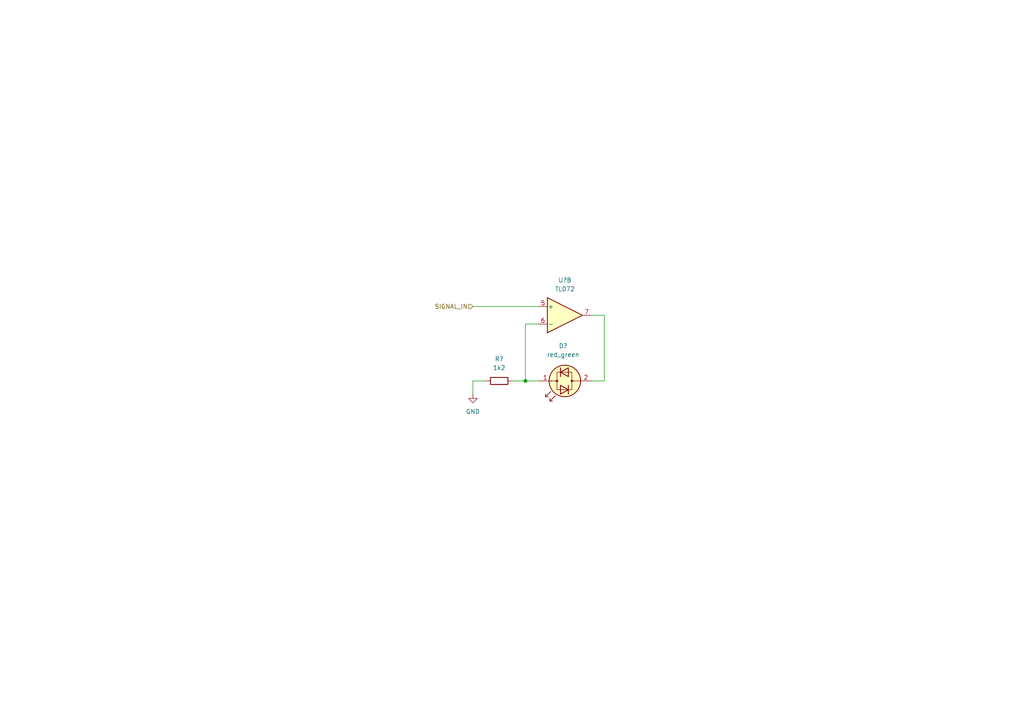
<source format=kicad_sch>
(kicad_sch (version 20230121) (generator eeschema)
  (paper "A4")
  (title_block (title "MINI-OX modulation board") (date "2023-02-09") (rev "0") (comment 2 "creativecommons.org/licences/by/4.0") (comment 3 "license: CC by 4.0") (comment 4 "Author: Jordan Aceto"))
  (lib_symbols
    (symbol "Amplifier_Operational:TL072" (pin_names (offset 0.127))
      (property "Reference" "U" (at 0 5.08 0))
      (property "Value" "TL072" (at 0 -5.08 0))
      (symbol "TL072_1_1"
        (polyline (pts (xy -5.08 5.08) (xy 5.08 0) (xy -5.08 -5.08) (xy -5.08 5.08)) (stroke (width 0.254)) (fill (type background)))
        (pin output line (at 7.62 0 180) (length 2.54) (name "~") (number "1"))
        (pin input line (at -7.62 -2.54 0) (length 2.54) (name "-") (number "2"))
        (pin input line (at -7.62 2.54 0) (length 2.54) (name "+") (number "3"))
      )
      (symbol "TL072_2_1"
        (polyline (pts (xy -5.08 5.08) (xy 5.08 0) (xy -5.08 -5.08) (xy -5.08 5.08)) (stroke (width 0.254)) (fill (type background)))
        (pin input line (at -7.62 2.54 0) (length 2.54) (name "+") (number "5"))
        (pin input line (at -7.62 -2.54 0) (length 2.54) (name "-") (number "6"))
        (pin output line (at 7.62 0 180) (length 2.54) (name "~") (number "7"))
      )
      (symbol "TL072_3_1"
        (pin power_in line (at -2.54 -7.62 90) (length 3.81) (name "V-") (number "4"))
        (pin power_in line (at -2.54 7.62 270) (length 3.81) (name "V+") (number "8"))
      )
    )
    (symbol "Device:LED_Dual_Bidirectional" (pin_names (offset 0) hide)
      (property "Reference" "D" (at 0 5.715 0))
      (property "Value" "LED_Dual_Bidirectional" (at 0 -6.35 0))
      (symbol "LED_Dual_Bidirectional_0_1"
        (circle (center -2.032 0) (radius 0.254) (fill (type outline)))
        (polyline (pts (xy -4.572 0) (xy -2.54 0)))
        (polyline (pts (xy -2.032 0) (xy -2.54 0)))
        (polyline (pts (xy -1.016 3.81) (xy -1.016 1.27)) (stroke (width 0.254)))
        (polyline (pts (xy 1.27 -1.27) (xy 1.27 -3.81)) (stroke (width 0.254)))
        (polyline (pts (xy 4.064 0) (xy 2.286 0)) (fill (type outline)))
        (polyline (pts (xy 4.318 5.842) (xy 4.318 5.08)) (stroke (width 0.2032)))
        (polyline (pts (xy 5.588 4.572) (xy 5.588 3.81)) (stroke (width 0.2032)))
        (polyline (pts (xy 2.794 4.318) (xy 4.318 5.842) (xy 3.556 5.842)) (stroke (width 0.2032)))
        (polyline (pts (xy 4.064 3.048) (xy 5.588 4.572) (xy 4.826 4.572)) (stroke (width 0.2032)))
        (polyline (pts (xy -1.016 -1.27) (xy -1.016 -3.81) (xy 1.27 -2.54) (xy -1.016 -1.27)) (stroke (width 0.254)))
        (polyline (pts (xy 1.27 3.81) (xy 1.27 1.27) (xy -1.016 2.54) (xy 1.27 3.81)) (stroke (width 0.254)))
        (polyline (pts (xy 2.286 2.54) (xy -2.032 2.54) (xy -2.032 -2.54) (xy 2.286 -2.54) (xy 2.286 2.54)))
        (circle (center 0 0) (radius 4.572) (stroke (width 0.254)) (fill (type background)))
        (circle (center 2.286 0) (radius 0.254) (fill (type outline)))
      )
      (symbol "LED_Dual_Bidirectional_1_1"
        (pin input line (at 7.62 0 180) (length 3.81) (name "KA") (number "1"))
        (pin input line (at -7.62 0 0) (length 3.048) (name "AK") (number "2"))
      )
    )
    (symbol "Device:R" (pin_numbers hide) (pin_names (offset 0))
      (property "Reference" "R" (at 2.032 0 90))
      (property "Value" "R" (at 0 0 90))
      (symbol "R_0_1"
        (rectangle (start -1.016 -2.54) (end 1.016 2.54) (stroke (width 0.254)))
      )
      (symbol "R_1_1"
        (pin passive line (at 0 3.81 270) (length 1.27) (name "~") (number "1"))
        (pin passive line (at 0 -3.81 90) (length 1.27) (name "~") (number "2"))
      )
    )
    (symbol "power:GND" (power) (pin_names (offset 0))
      (property "Value" "GND" (at 0 -3.81 0))
      (symbol "GND_0_1"
        (polyline (pts (xy 0 0) (xy 0 -1.27) (xy 1.27 -1.27) (xy 0 -2.54) (xy -1.27 -1.27) (xy 0 -1.27)))
      )
      (symbol "GND_1_1"
        (pin power_in line (at 0 0 270) (length 0) hide (name "GND") (number "1"))
      )
    )
  )
  (junction (at 152.4 110.49))
  (wire (pts (xy 137.16 114.3) (xy 137.16 110.49)))
  (wire (pts (xy 152.4 110.49) (xy 152.4 93.98)))
  (wire (pts (xy 137.16 110.49) (xy 140.97 110.49)))
  (wire (pts (xy 171.45 110.49) (xy 175.26 110.49)))
  (wire (pts (xy 148.59 110.49) (xy 152.4 110.49)))
  (wire (pts (xy 175.26 91.44) (xy 171.45 91.44)))
  (wire (pts (xy 156.21 110.49) (xy 152.4 110.49)))
  (wire (pts (xy 137.16 88.9) (xy 156.21 88.9)))
  (wire (pts (xy 175.26 110.49) (xy 175.26 91.44)))
  (wire (pts (xy 152.4 93.98) (xy 156.21 93.98)))
  (hierarchical_label "SIGNAL_IN" (shape input) (at 137.16 88.9 180))
  (symbol (lib_id "Amplifier_Operational:TL072") (at 163.83 91.44 0) (unit 2)
    (property "Reference" "U?" (at 163.83 81.28 0))
    (property "Value" "TL072" (at 163.83 83.82 0))
    (property "Footprint" "Package_SO:SO-8_5.3x6.2mm_P1.27mm" (effects hide))
    (property "Datasheet" "http://www.ti.com/lit/ds/symlink/tl071.pdf" (effects hide))
  )
  (symbol (lib_id "power:GND") (at 137.16 114.3 0) (unit 1)
    (property "Reference" "#PWR011" (effects hide))
    (property "Value" "GND" (at 137.16 119.38 0))
  )
  (symbol (lib_id "Device:LED_Dual_Bidirectional") (at 163.83 110.49 180) (unit 1)
    (property "Reference" "D?" (at 163.3347 100.33 0))
    (property "Value" "red_green" (at 163.3347 102.87 0))
    (property "Footprint" "LED_THT:LED_D5.0mm" (effects hide))
  )
  (symbol (lib_id "Device:R") (at 144.78 110.49 90) (unit 1)
    (property "Reference" "R?" (at 144.78 104.14 90))
    (property "Value" "1k2" (at 144.78 106.68 90))
    (property "Footprint" "Resistor_SMD:R_0805_2012Metric" (effects hide))
  )
)
</source>
